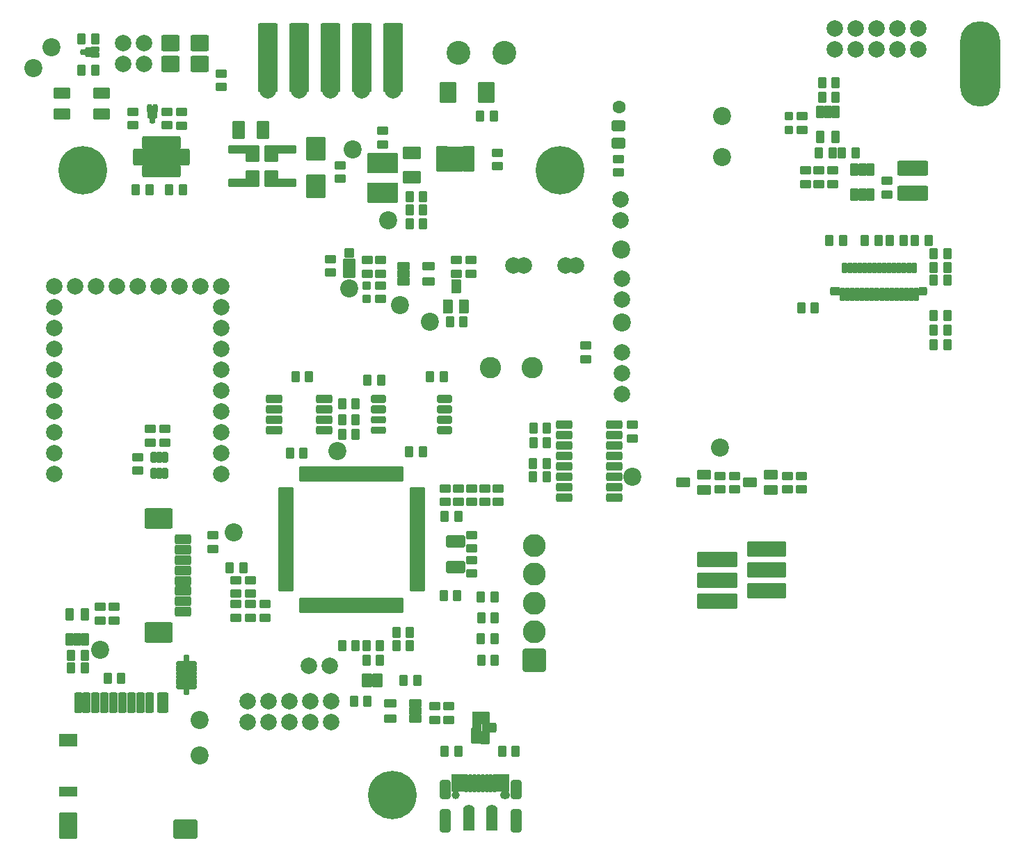
<source format=gbr>
%TF.GenerationSoftware,KiCad,Pcbnew,7.0.8*%
%TF.CreationDate,2024-06-17T23:50:33+02:00*%
%TF.ProjectId,Stima V4 Master,5374696d-6120-4563-9420-4d6173746572,rev?*%
%TF.SameCoordinates,Original*%
%TF.FileFunction,Soldermask,Top*%
%TF.FilePolarity,Negative*%
%FSLAX46Y46*%
G04 Gerber Fmt 4.6, Leading zero omitted, Abs format (unit mm)*
G04 Created by KiCad (PCBNEW 7.0.8) date 2024-06-17 23:50:33*
%MOMM*%
%LPD*%
G01*
G04 APERTURE LIST*
G04 Aperture macros list*
%AMRoundRect*
0 Rectangle with rounded corners*
0 $1 Rounding radius*
0 $2 $3 $4 $5 $6 $7 $8 $9 X,Y pos of 4 corners*
0 Add a 4 corners polygon primitive as box body*
4,1,4,$2,$3,$4,$5,$6,$7,$8,$9,$2,$3,0*
0 Add four circle primitives for the rounded corners*
1,1,$1+$1,$2,$3*
1,1,$1+$1,$4,$5*
1,1,$1+$1,$6,$7*
1,1,$1+$1,$8,$9*
0 Add four rect primitives between the rounded corners*
20,1,$1+$1,$2,$3,$4,$5,0*
20,1,$1+$1,$4,$5,$6,$7,0*
20,1,$1+$1,$6,$7,$8,$9,0*
20,1,$1+$1,$8,$9,$2,$3,0*%
G04 Aperture macros list end*
%ADD10RoundRect,0.200000X-1.500000X1.050000X-1.500000X-1.050000X1.500000X-1.050000X1.500000X1.050000X0*%
%ADD11RoundRect,0.200000X-0.800000X0.400000X-0.800000X-0.400000X0.800000X-0.400000X0.800000X0.400000X0*%
%ADD12RoundRect,0.200000X0.200000X-0.325000X0.200000X0.325000X-0.200000X0.325000X-0.200000X-0.325000X0*%
%ADD13RoundRect,0.200000X0.150000X-0.400000X0.150000X0.400000X-0.150000X0.400000X-0.150000X-0.400000X0*%
%ADD14RoundRect,0.200000X0.150000X-0.325000X0.150000X0.325000X-0.150000X0.325000X-0.150000X-0.325000X0*%
%ADD15O,4.900000X10.400000*%
%ADD16C,5.900000*%
%ADD17C,2.200000*%
%ADD18RoundRect,0.200000X-0.500000X0.300000X-0.500000X-0.300000X0.500000X-0.300000X0.500000X0.300000X0*%
%ADD19RoundRect,0.200000X1.200000X1.200000X-1.200000X1.200000X-1.200000X-1.200000X1.200000X-1.200000X0*%
%ADD20C,2.800000*%
%ADD21RoundRect,0.200000X-0.300000X-0.500000X0.300000X-0.500000X0.300000X0.500000X-0.300000X0.500000X0*%
%ADD22RoundRect,0.200000X0.300000X0.500000X-0.300000X0.500000X-0.300000X-0.500000X0.300000X-0.500000X0*%
%ADD23RoundRect,0.200000X-0.950000X0.550000X-0.950000X-0.550000X0.950000X-0.550000X0.950000X0.550000X0*%
%ADD24C,2.000000*%
%ADD25RoundRect,0.200000X0.200000X0.400000X-0.200000X0.400000X-0.200000X-0.400000X0.200000X-0.400000X0*%
%ADD26RoundRect,0.200000X3.250000X0.825000X-3.250000X0.825000X-3.250000X-0.825000X3.250000X-0.825000X0*%
%ADD27RoundRect,0.200000X0.500000X-0.300000X0.500000X0.300000X-0.500000X0.300000X-0.500000X-0.300000X0*%
%ADD28RoundRect,0.200000X-0.225000X-0.125000X0.225000X-0.125000X0.225000X0.125000X-0.225000X0.125000X0*%
%ADD29RoundRect,0.200000X0.200000X0.150000X-0.200000X0.150000X-0.200000X-0.150000X0.200000X-0.150000X0*%
%ADD30RoundRect,0.200000X-0.900000X-0.800000X0.900000X-0.800000X0.900000X0.800000X-0.900000X0.800000X0*%
%ADD31RoundRect,0.200000X0.350000X0.125000X-0.350000X0.125000X-0.350000X-0.125000X0.350000X-0.125000X0*%
%ADD32RoundRect,0.200000X0.200000X-0.600000X0.200000X0.600000X-0.200000X0.600000X-0.200000X-0.600000X0*%
%ADD33RoundRect,0.200000X0.150000X-0.600000X0.150000X0.600000X-0.150000X0.600000X-0.150000X-0.600000X0*%
%ADD34RoundRect,0.200000X0.150000X-0.375000X0.150000X0.375000X-0.150000X0.375000X-0.150000X-0.375000X0*%
%ADD35RoundRect,0.200000X0.150000X-0.350000X0.150000X0.350000X-0.150000X0.350000X-0.150000X-0.350000X0*%
%ADD36RoundRect,0.200000X0.450000X-0.400000X0.450000X0.400000X-0.450000X0.400000X-0.450000X-0.400000X0*%
%ADD37RoundRect,0.450000X-0.250000X0.750000X-0.250000X-0.750000X0.250000X-0.750000X0.250000X0.750000X0*%
%ADD38RoundRect,0.450000X-0.250000X1.000000X-0.250000X-1.000000X0.250000X-1.000000X0.250000X1.000000X0*%
%ADD39C,1.000000*%
%ADD40C,1.400000*%
%ADD41RoundRect,0.200000X-0.500000X1.000000X-0.500000X-1.000000X0.500000X-1.000000X0.500000X1.000000X0*%
%ADD42O,1.250000X1.000000*%
%ADD43RoundRect,0.200000X-0.260000X0.500000X-0.260000X-0.500000X0.260000X-0.500000X0.260000X0.500000X0*%
%ADD44RoundRect,0.200000X-0.250000X0.500000X-0.250000X-0.500000X0.250000X-0.500000X0.250000X0.500000X0*%
%ADD45RoundRect,0.200000X-0.145700X0.875000X-0.145700X-0.875000X0.145700X-0.875000X0.145700X0.875000X0*%
%ADD46RoundRect,0.200000X-0.150000X0.875000X-0.150000X-0.875000X0.150000X-0.875000X0.150000X0.875000X0*%
%ADD47RoundRect,0.200000X0.600000X0.900000X-0.600000X0.900000X-0.600000X-0.900000X0.600000X-0.900000X0*%
%ADD48RoundRect,0.200000X0.650000X-0.425000X0.650000X0.425000X-0.650000X0.425000X-0.650000X-0.425000X0*%
%ADD49RoundRect,0.200000X-0.800000X-1.100000X0.800000X-1.100000X0.800000X1.100000X-0.800000X1.100000X0*%
%ADD50RoundRect,0.200000X0.600000X-0.300000X0.600000X0.300000X-0.600000X0.300000X-0.600000X-0.300000X0*%
%ADD51RoundRect,0.200000X-1.700000X-0.550000X1.700000X-0.550000X1.700000X0.550000X-1.700000X0.550000X0*%
%ADD52RoundRect,0.200000X-1.700000X-0.490000X1.700000X-0.490000X1.700000X0.490000X-1.700000X0.490000X0*%
%ADD53RoundRect,0.200000X0.400000X0.150000X-0.400000X0.150000X-0.400000X-0.150000X0.400000X-0.150000X0*%
%ADD54RoundRect,0.200000X0.900000X1.300000X-0.900000X1.300000X-0.900000X-1.300000X0.900000X-1.300000X0*%
%ADD55RoundRect,0.200000X0.550000X-1.000000X0.550000X1.000000X-0.550000X1.000000X-0.550000X-1.000000X0*%
%ADD56RoundRect,0.200000X0.400000X-0.400000X0.400000X0.400000X-0.400000X0.400000X-0.400000X-0.400000X0*%
%ADD57RoundRect,0.200000X1.150000X-0.350000X1.150000X0.350000X-1.150000X0.350000X-1.150000X-0.350000X0*%
%ADD58RoundRect,0.200000X0.650000X-0.850000X0.650000X0.850000X-0.650000X0.850000X-0.650000X-0.850000X0*%
%ADD59RoundRect,0.200000X-0.635000X0.450000X-0.635000X-0.450000X0.635000X-0.450000X0.635000X0.450000X0*%
%ADD60RoundRect,0.200000X-1.500000X-0.750000X1.500000X-0.750000X1.500000X0.750000X-1.500000X0.750000X0*%
%ADD61RoundRect,0.200000X-0.300000X-0.600000X0.300000X-0.600000X0.300000X0.600000X-0.300000X0.600000X0*%
%ADD62RoundRect,0.200000X-1.000000X1.250000X-1.000000X-1.250000X1.000000X-1.250000X1.000000X1.250000X0*%
%ADD63RoundRect,0.200000X0.125000X-0.225000X0.125000X0.225000X-0.125000X0.225000X-0.125000X-0.225000X0*%
%ADD64RoundRect,0.200000X-0.400000X0.200000X-0.400000X-0.200000X0.400000X-0.200000X0.400000X0.200000X0*%
%ADD65RoundRect,0.200000X-0.150000X0.200000X-0.150000X-0.200000X0.150000X-0.200000X0.150000X0.200000X0*%
%ADD66RoundRect,0.200000X-0.900000X0.600000X-0.900000X-0.600000X0.900000X-0.600000X0.900000X0.600000X0*%
%ADD67C,1.600000*%
%ADD68RoundRect,0.200000X-0.750000X0.140000X-0.750000X-0.140000X0.750000X-0.140000X0.750000X0.140000X0*%
%ADD69RoundRect,0.200000X0.140000X0.750000X-0.140000X0.750000X-0.140000X-0.750000X0.140000X-0.750000X0*%
%ADD70RoundRect,0.200000X0.900000X0.800000X-0.900000X0.800000X-0.900000X-0.800000X0.900000X-0.800000X0*%
%ADD71RoundRect,0.200000X-0.300000X0.300000X-0.300000X-0.300000X0.300000X-0.300000X0.300000X0.300000X0*%
%ADD72RoundRect,0.200000X-0.800000X-0.500000X0.800000X-0.500000X0.800000X0.500000X-0.800000X0.500000X0*%
%ADD73RoundRect,0.200000X0.300000X0.600000X-0.300000X0.600000X-0.300000X-0.600000X0.300000X-0.600000X0*%
%ADD74RoundRect,0.200000X-1.700000X-0.700000X1.700000X-0.700000X1.700000X0.700000X-1.700000X0.700000X0*%
%ADD75RoundRect,0.200000X-0.700000X-0.300000X0.700000X-0.300000X0.700000X0.300000X-0.700000X0.300000X0*%
%ADD76RoundRect,0.200000X-0.700000X-0.250000X0.700000X-0.250000X0.700000X0.250000X-0.700000X0.250000X0*%
%ADD77RoundRect,0.200000X-0.800000X-0.300000X0.800000X-0.300000X0.800000X0.300000X-0.800000X0.300000X0*%
%ADD78RoundRect,0.200000X-0.200000X-0.450000X0.200000X-0.450000X0.200000X0.450000X-0.200000X0.450000X0*%
%ADD79RoundRect,0.200000X0.225000X0.100000X-0.225000X0.100000X-0.225000X-0.100000X0.225000X-0.100000X0*%
%ADD80RoundRect,0.200000X0.150000X-0.500000X0.150000X0.500000X-0.150000X0.500000X-0.150000X-0.500000X0*%
%ADD81RoundRect,0.200000X0.150000X-1.400000X0.150000X1.400000X-0.150000X1.400000X-0.150000X-1.400000X0*%
%ADD82C,2.600000*%
%ADD83C,2.900000*%
%ADD84RoundRect,0.200000X0.350000X-0.700000X0.350000X0.700000X-0.350000X0.700000X-0.350000X-0.700000X0*%
%ADD85RoundRect,0.200000X0.600000X-0.400000X0.600000X0.400000X-0.600000X0.400000X-0.600000X-0.400000X0*%
%ADD86RoundRect,0.200000X0.600000X-0.600000X0.600000X0.600000X-0.600000X0.600000X-0.600000X-0.600000X0*%
%ADD87RoundRect,0.200000X0.600000X-1.400000X0.600000X1.400000X-0.600000X1.400000X-0.600000X-1.400000X0*%
%ADD88RoundRect,0.200000X0.500000X-0.700000X0.500000X0.700000X-0.500000X0.700000X-0.500000X-0.700000X0*%
%ADD89RoundRect,0.200000X0.800000X-0.950000X0.800000X0.950000X-0.800000X0.950000X-0.800000X-0.950000X0*%
%ADD90RoundRect,0.200000X-0.425000X-0.650000X0.425000X-0.650000X0.425000X0.650000X-0.425000X0.650000X0*%
%ADD91RoundRect,0.200000X1.000000X4.000000X-1.000000X4.000000X-1.000000X-4.000000X1.000000X-4.000000X0*%
%ADD92RoundRect,0.200000X-0.600000X0.300000X-0.600000X-0.300000X0.600000X-0.300000X0.600000X0.300000X0*%
G04 APERTURE END LIST*
D10*
%TO.C,J2*%
X104280790Y-116142940D03*
X104280790Y-129972940D03*
D11*
X107201790Y-118682940D03*
X107201790Y-119932940D03*
X107201790Y-121182940D03*
X107201790Y-122432940D03*
X107201790Y-123682940D03*
X107201790Y-124932940D03*
X107201790Y-126182940D03*
X107201790Y-127432940D03*
%TD*%
D12*
%TO.C,DS1*%
X186399380Y-88403100D03*
X186780380Y-88403100D03*
X197166180Y-88406300D03*
X197420180Y-88406300D03*
D13*
X196466180Y-88606300D03*
X196466180Y-88987300D03*
D14*
X196166180Y-85472300D03*
X196166180Y-85726300D03*
D13*
X195866180Y-88606300D03*
X195866180Y-88987300D03*
D14*
X195566180Y-85472300D03*
X195566180Y-85726300D03*
D13*
X195266180Y-88606300D03*
X195266180Y-88987300D03*
D14*
X194966180Y-85472300D03*
X194966180Y-85726300D03*
D13*
X194666180Y-88606300D03*
X194666180Y-88987300D03*
D14*
X194366180Y-85472300D03*
X194366180Y-85726300D03*
D13*
X194066180Y-88606300D03*
X194066180Y-88987300D03*
D14*
X193766170Y-85472300D03*
X193766180Y-85726300D03*
D13*
X193466180Y-88606300D03*
X193466180Y-88987300D03*
D14*
X193166180Y-85472300D03*
X193166180Y-85726300D03*
D13*
X192866180Y-88606300D03*
X192866180Y-88987300D03*
D14*
X192566180Y-85472300D03*
X192566180Y-85726300D03*
D13*
X192266180Y-88606300D03*
X192266190Y-88987300D03*
D14*
X191966170Y-85472300D03*
X191966180Y-85726300D03*
D13*
X191666180Y-88606300D03*
X191666180Y-88987300D03*
D14*
X191366180Y-85472300D03*
X191366180Y-85726300D03*
D13*
X191066180Y-88606300D03*
X191066180Y-88987300D03*
D14*
X190766180Y-85472300D03*
X190766180Y-85726300D03*
D13*
X190466180Y-88606300D03*
X190466190Y-88987300D03*
D14*
X190166180Y-85472300D03*
X190166180Y-85726300D03*
D13*
X189866180Y-88606300D03*
X189866180Y-88987300D03*
D14*
X189566180Y-85472300D03*
X189566180Y-85726300D03*
D13*
X189266180Y-88606300D03*
X189266180Y-88987300D03*
D14*
X188966180Y-85472300D03*
X188966180Y-85726300D03*
D13*
X188666180Y-88606300D03*
X188666190Y-88987300D03*
D14*
X188366180Y-85472300D03*
X188366180Y-85726300D03*
D13*
X188066180Y-88606300D03*
X188066180Y-88987300D03*
D14*
X187766180Y-85472300D03*
X187766180Y-85726300D03*
D13*
X187466190Y-88606300D03*
X187466190Y-88987300D03*
%TD*%
D15*
%TO.C,A3*%
X204203900Y-60769980D03*
%TD*%
D16*
%TO.C,A4*%
X94983180Y-73698100D03*
%TD*%
%TO.C,A1*%
X153124020Y-73698100D03*
%TD*%
%TO.C,A2*%
X132702180Y-149771100D03*
%TD*%
D17*
%TO.C,GND1*%
X160541790Y-83363940D03*
%TD*%
%TO.C,TP9*%
X109233790Y-144958940D03*
%TD*%
D18*
%TO.C,C2*%
X140729790Y-112446940D03*
X140729790Y-114097940D03*
%TD*%
D19*
%TO.C,J5*%
X149950380Y-133411900D03*
D20*
X149950380Y-129911900D03*
X149950380Y-126411900D03*
X149950380Y-122911900D03*
X149950380Y-119411900D03*
%TD*%
D21*
%TO.C,C45*%
X149873790Y-105080940D03*
X151524790Y-105080940D03*
%TD*%
D22*
%TO.C,C66*%
X95251480Y-132766940D03*
X93600480Y-132766940D03*
%TD*%
D18*
%TO.C,C58*%
X125184020Y-84493100D03*
X125184020Y-86144100D03*
%TD*%
D23*
%TO.C,X1*%
X140423780Y-118859300D03*
X140423780Y-122059700D03*
%TD*%
D18*
%TO.C,FIL1*%
X145555790Y-112446940D03*
X145555790Y-114097940D03*
%TD*%
%TO.C,R3*%
X156223790Y-95047930D03*
X156223790Y-96698930D03*
%TD*%
D24*
%TO.C,JP3*%
X160617260Y-95872300D03*
X160617260Y-98412300D03*
X160617260Y-100952300D03*
%TD*%
D25*
%TO.C,U7*%
X102603180Y-73570860D03*
X102603180Y-73977260D03*
X103253180Y-73570860D03*
X103253180Y-73977260D03*
X103903180Y-73570860D03*
X103903180Y-73977260D03*
X104553180Y-73570860D03*
X104553180Y-73977260D03*
X105203180Y-73570860D03*
X105203180Y-73977260D03*
X105853180Y-73570860D03*
X105853180Y-73977260D03*
X106503180Y-73570860D03*
X106503180Y-73977260D03*
X106503180Y-70164460D03*
X106503180Y-70570860D03*
X105853180Y-70164460D03*
X105853180Y-70570860D03*
X105203180Y-70164460D03*
X105203180Y-70570860D03*
X104553180Y-70164460D03*
X104553180Y-70570860D03*
X103903180Y-70164460D03*
X103903180Y-70570860D03*
X103253180Y-70164460D03*
X103253180Y-70570860D03*
X102603180Y-70164460D03*
X102603180Y-70570860D03*
D26*
X104553180Y-72070860D03*
%TD*%
D21*
%TO.C,C7*%
X133185020Y-129959100D03*
X134836020Y-129959100D03*
%TD*%
%TO.C,C44*%
X94856180Y-61506100D03*
X96507180Y-61506100D03*
%TD*%
D27*
%TO.C,C40*%
X111874180Y-63538100D03*
X111874180Y-61887100D03*
%TD*%
D21*
%TO.C,FIL4*%
X143497910Y-133413980D03*
X145148910Y-133413980D03*
%TD*%
D17*
%TO.C,TP7*%
X125997790Y-107874940D03*
%TD*%
D21*
%TO.C,C46*%
X149873790Y-106858930D03*
X151524790Y-106858930D03*
%TD*%
D27*
%TO.C,R29*%
X103264790Y-106858930D03*
X103264790Y-105207930D03*
%TD*%
D21*
%TO.C,C32*%
X198590020Y-93129100D03*
X200241020Y-93129100D03*
%TD*%
D27*
%TO.C,C1*%
X139154020Y-114084100D03*
X139154020Y-112433100D03*
%TD*%
%TO.C,R5*%
X172555020Y-112560100D03*
X172555020Y-110909100D03*
%TD*%
%TO.C,C50*%
X101689020Y-110274100D03*
X101689020Y-108623100D03*
%TD*%
D28*
%TO.C,DZ3*%
X96608780Y-59601100D03*
X96380180Y-59601100D03*
X96608780Y-58940700D03*
X96380180Y-58940700D03*
D25*
X95694380Y-59270900D03*
D29*
X95338780Y-59270900D03*
X95135580Y-59270900D03*
%TD*%
D24*
%TO.C,J7*%
X115049180Y-140881100D03*
X115049180Y-138341100D03*
X117589180Y-140881100D03*
X117589180Y-138341100D03*
X120129180Y-140881100D03*
X120129180Y-138341100D03*
X122669180Y-140881100D03*
X122669180Y-138341100D03*
X125209180Y-140881100D03*
X125209180Y-138341100D03*
%TD*%
D27*
%TO.C,R30*%
X104991020Y-106845100D03*
X104991020Y-105194100D03*
%TD*%
%TO.C,C31*%
X182969020Y-75349100D03*
X182969020Y-73698100D03*
%TD*%
%TO.C,C57*%
X131280020Y-86271100D03*
X131280020Y-84620100D03*
%TD*%
D22*
%TO.C,C3*%
X140729790Y-115875940D03*
X139078790Y-115875940D03*
%TD*%
%TO.C,R18*%
X200241020Y-94907100D03*
X198590020Y-94907100D03*
%TD*%
D30*
%TO.C,R28*%
X105651180Y-60744100D03*
X109207180Y-60744100D03*
%TD*%
D31*
%TO.C,U2*%
X129756020Y-135309090D03*
X129476620Y-135309090D03*
X129756020Y-135809090D03*
X129476620Y-135809090D03*
X129756020Y-136309090D03*
X129476620Y-136309090D03*
X131035420Y-136309090D03*
X130756020Y-136309090D03*
X131035420Y-135809090D03*
X130756020Y-135809090D03*
X131035420Y-135309090D03*
X130756020Y-135309090D03*
%TD*%
D32*
%TO.C,FIL7*%
X142683220Y-142355700D03*
X142683220Y-142787500D03*
D33*
X143234020Y-142355700D03*
X143234020Y-142787500D03*
D34*
X143734020Y-142581100D03*
X143734020Y-143012900D03*
X144234020Y-142581100D03*
X144234020Y-143012900D03*
X144234020Y-140195300D03*
X144234020Y-140627100D03*
X143734020Y-140195300D03*
D35*
X143734020Y-140627100D03*
D33*
X143234020Y-140420700D03*
X143234020Y-140852500D03*
X142734020Y-140420700D03*
X142734020Y-140852500D03*
D36*
X144322220Y-141578700D03*
X144754020Y-141578700D03*
%TD*%
D27*
%TO.C,R1*%
X113678790Y-125273940D03*
X113678790Y-123622940D03*
%TD*%
D22*
%TO.C,C42*%
X103125020Y-76084490D03*
X101474020Y-76084490D03*
%TD*%
D17*
%TO.C,MCO1*%
X113424790Y-117780940D03*
%TD*%
D37*
%TO.C,J6*%
X139101780Y-149110700D03*
D38*
X139101780Y-152920700D03*
D39*
X140397180Y-149821900D03*
D40*
X142021580Y-151625300D03*
D41*
X142022780Y-152920700D03*
D40*
X144816780Y-151625300D03*
D41*
X144816780Y-152920700D03*
D42*
X146442380Y-149821900D03*
D38*
X147737780Y-152920700D03*
D37*
X147763180Y-149110700D03*
D43*
X140319780Y-148704300D03*
D44*
X141069780Y-148704300D03*
D45*
X141669080Y-148329300D03*
D46*
X143169780Y-148329300D03*
X144169780Y-148329300D03*
X145169780Y-148329300D03*
D44*
X145769780Y-148704300D03*
D43*
X146519780Y-148704300D03*
X146519780Y-147942300D03*
D44*
X145769780Y-147942300D03*
D46*
X144669780Y-148329300D03*
X143669780Y-148329300D03*
X142669770Y-148329300D03*
X142169780Y-148329300D03*
D44*
X141069780Y-147942300D03*
D43*
X140319780Y-147942300D03*
%TD*%
D47*
%TO.C,F1*%
X116954900Y-68770980D03*
X113954900Y-68770980D03*
%TD*%
D48*
%TO.C,Q2*%
X178752620Y-112636300D03*
X178752620Y-110736300D03*
X176238020Y-111671100D03*
%TD*%
D18*
%TO.C,C43*%
X107048180Y-66586100D03*
X107048180Y-68237100D03*
%TD*%
D49*
%TO.C,D1*%
X139433180Y-64173100D03*
X144132180Y-64173100D03*
%TD*%
D21*
%TO.C,C24*%
X193256020Y-82207100D03*
X194907020Y-82207100D03*
%TD*%
D22*
%TO.C,C5*%
X121882020Y-108115100D03*
X120231020Y-108115100D03*
%TD*%
D18*
%TO.C,R9*%
X110884790Y-118161940D03*
X110884790Y-119812940D03*
%TD*%
D27*
%TO.C,C39*%
X105284020Y-68210490D03*
X105284020Y-66559490D03*
%TD*%
D21*
%TO.C,C41*%
X105538020Y-76084490D03*
X107189020Y-76084490D03*
%TD*%
D18*
%TO.C,C63*%
X145452980Y-71564500D03*
X145452980Y-73215500D03*
%TD*%
D50*
%TO.C,U11*%
X135471020Y-140500100D03*
X135471020Y-139550100D03*
X135471020Y-138600100D03*
X132423020Y-138595100D03*
X132423020Y-140500100D03*
%TD*%
D22*
%TO.C,R2*%
X128232010Y-131610100D03*
X126581010Y-131610100D03*
%TD*%
%TO.C,C61*%
X136435980Y-78549500D03*
X134784980Y-78549500D03*
%TD*%
%TO.C,C47*%
X151473020Y-109385100D03*
X149822020Y-109385100D03*
%TD*%
D51*
%TO.C,L4*%
X131482980Y-72326500D03*
D52*
X131482980Y-73342500D03*
X131482980Y-75882500D03*
D51*
X131482980Y-76898500D03*
%TD*%
D53*
%TO.C,U12*%
X138594980Y-71056500D03*
X138848980Y-71056500D03*
X138594980Y-71556500D03*
X138848980Y-71556500D03*
X138594980Y-72056500D03*
X138848980Y-72056500D03*
X138594980Y-72556500D03*
X138848980Y-72556500D03*
X138594980Y-73056500D03*
X138848980Y-73056500D03*
X138594980Y-73556500D03*
X138848980Y-73556500D03*
X141848980Y-73556500D03*
X142102980Y-73556500D03*
X142102980Y-73556500D03*
X141848980Y-73056500D03*
X142102980Y-73056500D03*
X141848980Y-72556500D03*
X142102980Y-72556500D03*
X141848980Y-72056500D03*
X142102980Y-72056500D03*
X141848980Y-71556500D03*
X142102980Y-71556500D03*
X141848980Y-71056500D03*
X142102980Y-71056500D03*
D39*
X139840980Y-71417500D03*
X139840980Y-72306500D03*
X139840980Y-73195500D03*
X140348980Y-71417500D03*
D54*
X140348980Y-72306500D03*
D39*
X140348980Y-73195500D03*
X140856980Y-71417500D03*
X140856980Y-72306500D03*
X140856980Y-73195500D03*
%TD*%
D17*
%TO.C,TP2*%
X137300790Y-92126940D03*
%TD*%
D55*
%TO.C,D2*%
X127470020Y-85636100D03*
D56*
X127470020Y-83736100D03*
%TD*%
D57*
%TO.C,L3*%
X114033900Y-71183980D03*
X115176900Y-71183980D03*
D58*
X115684900Y-71691980D03*
X117970900Y-71691980D03*
D57*
X118478900Y-71183980D03*
X119621900Y-71183980D03*
D58*
X117970900Y-74739980D03*
D57*
X118478900Y-75247980D03*
X119621900Y-75247980D03*
X114033900Y-75247980D03*
X115176900Y-75247980D03*
D58*
X115684900Y-74739980D03*
%TD*%
D59*
%TO.C,DL1*%
X160236020Y-68237100D03*
X160236020Y-70396100D03*
%TD*%
D22*
%TO.C,C19*%
X122568780Y-98857940D03*
X120917780Y-98857940D03*
%TD*%
D21*
%TO.C,C21*%
X185001020Y-63030100D03*
X186652020Y-63030100D03*
%TD*%
D24*
%TO.C,JP2*%
X102476180Y-60742500D03*
X99936180Y-60742500D03*
%TD*%
D60*
%TO.C,J1*%
X172961180Y-126149100D03*
X171437180Y-126149100D03*
X178930180Y-124879100D03*
X177533180Y-124879100D03*
X172961180Y-123609100D03*
X171437180Y-123609100D03*
X178930180Y-122339100D03*
X177533180Y-122339100D03*
X172961180Y-121069100D03*
X171437180Y-121069100D03*
X178930180Y-119799100D03*
X177533180Y-119799100D03*
%TD*%
D61*
%TO.C,U14*%
X93374380Y-130846500D03*
X94324380Y-130846500D03*
X95274380Y-130846500D03*
X95279380Y-127798500D03*
X93374380Y-127798500D03*
%TD*%
D17*
%TO.C,+3V3D1*%
X172809020Y-67094100D03*
%TD*%
%TO.C,TP8*%
X109233790Y-140640940D03*
%TD*%
D18*
%TO.C,C54*%
X131482980Y-68897500D03*
X131482980Y-70548500D03*
%TD*%
D17*
%TO.C,+3V3SDC1*%
X97168790Y-132131940D03*
%TD*%
D21*
%TO.C,FIL3*%
X143472020Y-125641100D03*
X145123020Y-125641100D03*
%TD*%
D27*
%TO.C,R19*%
X186271020Y-75349100D03*
X186271020Y-73698100D03*
%TD*%
D62*
%TO.C,DZ4*%
X123354980Y-71056500D03*
X123354980Y-75628500D03*
%TD*%
D22*
%TO.C,R26*%
X141364790Y-92126940D03*
X139713790Y-92126940D03*
%TD*%
D27*
%TO.C,R23*%
X142253790Y-86284940D03*
X142253790Y-84633940D03*
%TD*%
D17*
%TO.C,TP6*%
X160642180Y-92240100D03*
%TD*%
D22*
%TO.C,C27*%
X200241020Y-87033100D03*
X198590020Y-87033100D03*
%TD*%
D21*
%TO.C,C34*%
X198590020Y-91351100D03*
X200241020Y-91351100D03*
%TD*%
D27*
%TO.C,C12*%
X113678790Y-128194930D03*
X113678790Y-126543930D03*
%TD*%
%TO.C,R7*%
X182461020Y-112560100D03*
X182461020Y-110909100D03*
%TD*%
D63*
%TO.C,DZ2*%
X103785420Y-66076890D03*
X103785420Y-66305490D03*
X103125020Y-66076890D03*
X103125020Y-66305490D03*
D64*
X103455220Y-66991290D03*
D65*
X103455220Y-67346890D03*
X103455220Y-67550090D03*
%TD*%
D66*
%TO.C,C56*%
X135038980Y-71564500D03*
X135038980Y-74564500D03*
%TD*%
D27*
%TO.C,C571*%
X129629020Y-86282200D03*
X129629020Y-84631200D03*
%TD*%
D67*
%TO.C,J8*%
X160261180Y-65951100D03*
%TD*%
D17*
%TO.C,TP4*%
X91173180Y-58712100D03*
%TD*%
D68*
%TO.C,U1*%
X135732010Y-124657100D03*
X135732010Y-124157100D03*
X135732010Y-123657100D03*
X135732010Y-123157100D03*
X135732010Y-122657100D03*
X135732010Y-122157100D03*
X135732010Y-121657110D03*
X135732010Y-121157110D03*
X135732010Y-120657110D03*
X135732010Y-120157110D03*
X135732010Y-119657110D03*
X135732010Y-119157110D03*
X135732010Y-118657110D03*
X135732010Y-118157110D03*
X135732010Y-117657110D03*
X135732010Y-117157110D03*
X135732010Y-116657110D03*
X135732010Y-116157120D03*
X135732010Y-115657120D03*
X135732010Y-115157120D03*
X135732010Y-114657120D03*
X135732010Y-114157120D03*
X135732010Y-113657120D03*
X135732010Y-113157120D03*
X135732010Y-112657120D03*
D69*
X133732010Y-110657120D03*
X133232010Y-110657120D03*
X132732010Y-110657120D03*
X132232010Y-110657120D03*
X131732010Y-110657120D03*
X131232010Y-110657120D03*
X130732010Y-110657120D03*
X130232010Y-110657120D03*
X129732020Y-110657120D03*
X129232020Y-110657120D03*
X128732020Y-110657120D03*
X128232020Y-110657120D03*
X127732020Y-110657120D03*
X127232020Y-110657120D03*
X126732020Y-110657120D03*
X126232020Y-110657120D03*
X125732020Y-110657120D03*
X125232030Y-110657120D03*
X124732030Y-110657120D03*
X124232030Y-110657120D03*
X123732030Y-110657120D03*
X123232030Y-110657120D03*
X122732030Y-110657120D03*
X122232030Y-110657120D03*
X121732030Y-110657120D03*
D68*
X119732030Y-112657120D03*
X119732030Y-113157120D03*
X119732030Y-113657120D03*
X119732030Y-114157120D03*
X119732030Y-114657120D03*
X119732030Y-115157120D03*
X119732030Y-115657120D03*
X119732030Y-116157120D03*
X119732030Y-116657120D03*
X119732030Y-117157110D03*
X119732030Y-117657110D03*
X119732030Y-118157110D03*
X119732030Y-118657110D03*
X119732030Y-119157110D03*
X119732030Y-119657110D03*
X119732030Y-120157110D03*
X119732030Y-120657110D03*
X119732030Y-121157110D03*
X119732030Y-121657110D03*
X119732030Y-122157100D03*
X119732030Y-122657100D03*
X119732030Y-123157100D03*
X119732030Y-123657100D03*
X119732030Y-124157100D03*
X119732030Y-124657100D03*
D69*
X121732030Y-126657100D03*
X122232030Y-126657100D03*
X122732030Y-126657100D03*
X123232030Y-126657100D03*
X123732030Y-126657100D03*
X124232030Y-126657100D03*
X124732030Y-126657100D03*
X125232030Y-126657100D03*
X125732020Y-126657100D03*
X126232020Y-126657100D03*
X126732020Y-126657100D03*
X127232020Y-126657100D03*
X127732020Y-126657100D03*
X128232020Y-126657100D03*
X128732020Y-126657100D03*
X129232020Y-126657100D03*
X129732020Y-126657100D03*
X130232020Y-126657100D03*
X130732010Y-126657100D03*
X131232010Y-126657100D03*
X131732010Y-126657100D03*
X132232010Y-126657100D03*
X132732010Y-126657100D03*
X133232010Y-126657100D03*
X133732010Y-126657100D03*
%TD*%
D27*
%TO.C,R6*%
X174333020Y-112560100D03*
X174333020Y-110909100D03*
%TD*%
D18*
%TO.C,C11*%
X115456790Y-126543940D03*
X115456790Y-128194940D03*
%TD*%
D27*
%TO.C,C64*%
X97168790Y-128512440D03*
X97168790Y-126861440D03*
%TD*%
%TO.C,R8*%
X180810020Y-112560100D03*
X180810020Y-110909100D03*
%TD*%
D17*
%TO.C,+5V1*%
X132169020Y-79794100D03*
%TD*%
D22*
%TO.C,R17*%
X191859020Y-82207100D03*
X190208020Y-82207100D03*
%TD*%
%TO.C,C4*%
X136411790Y-108001940D03*
X134760790Y-108001940D03*
%TD*%
D21*
%TO.C,R21*%
X187414020Y-71539100D03*
X189065020Y-71539100D03*
%TD*%
D18*
%TO.C,C14*%
X142328780Y-118097300D03*
X142328780Y-119748300D03*
%TD*%
D21*
%TO.C,C48*%
X149822020Y-111036100D03*
X151473020Y-111036100D03*
%TD*%
D22*
%TO.C,C18*%
X131204790Y-131623940D03*
X129553790Y-131623940D03*
%TD*%
D70*
%TO.C,R27*%
X109207180Y-58204100D03*
X105651180Y-58204100D03*
%TD*%
D18*
%TO.C,C52*%
X139586790Y-138976100D03*
X139586790Y-140627100D03*
%TD*%
D71*
%TO.C,DZ5*%
X129590990Y-87708310D03*
X129590990Y-89359310D03*
%TD*%
D18*
%TO.C,C10*%
X143980020Y-112433100D03*
X143980020Y-114084100D03*
%TD*%
D72*
%TO.C,L2*%
X97269180Y-66840100D03*
X97269180Y-64300100D03*
X92443180Y-64300100D03*
X92443180Y-66840100D03*
%TD*%
D21*
%TO.C,FIL5*%
X143497900Y-128206980D03*
X145148900Y-128206980D03*
%TD*%
%TO.C,C28*%
X182461020Y-90462100D03*
X184112020Y-90462100D03*
%TD*%
D24*
%TO.C,BATT1*%
X160642180Y-89446100D03*
X160642180Y-86906100D03*
%TD*%
D21*
%TO.C,R11*%
X126581020Y-105829100D03*
X128232020Y-105829100D03*
%TD*%
D22*
%TO.C,C16*%
X140602790Y-125527940D03*
X138951790Y-125527940D03*
%TD*%
D24*
%TO.C,BZ1*%
X155080780Y-85268940D03*
X153810780Y-85268940D03*
X148730780Y-85268940D03*
X147460780Y-85268940D03*
%TD*%
D18*
%TO.C,C6*%
X117234790Y-126543940D03*
X117234790Y-128194940D03*
%TD*%
%TO.C,C55*%
X126327020Y-73063100D03*
X126327020Y-74714100D03*
%TD*%
D73*
%TO.C,U5*%
X186652020Y-66586100D03*
X185702020Y-66586100D03*
X184752020Y-66586100D03*
X184747020Y-69634100D03*
X186652020Y-69634100D03*
%TD*%
D17*
%TO.C,+12VD1*%
X172809020Y-72047100D03*
%TD*%
D74*
%TO.C,L1*%
X196050020Y-76492100D03*
X196050020Y-73444100D03*
%TD*%
D18*
%TO.C,C51*%
X137884020Y-138976100D03*
X137884020Y-140627100D03*
%TD*%
D21*
%TO.C,C22*%
X185001020Y-64808100D03*
X186652020Y-64808100D03*
%TD*%
D75*
%TO.C,U4*%
X131026020Y-101511100D03*
X131026020Y-102781100D03*
D76*
X131026020Y-104051100D03*
X131026020Y-105321100D03*
D75*
X139026020Y-105321100D03*
X139026020Y-104051100D03*
X139026020Y-102781100D03*
X139026020Y-101511100D03*
%TD*%
D22*
%TO.C,C26*%
X200241020Y-85509100D03*
X198590020Y-85509100D03*
%TD*%
D17*
%TO.C,TP3*%
X89014180Y-61252100D03*
%TD*%
D22*
%TO.C,C53*%
X135725020Y-135801100D03*
X134074020Y-135801100D03*
%TD*%
D21*
%TO.C,FIL2*%
X143472020Y-130721100D03*
X145123020Y-130721100D03*
%TD*%
D18*
%TO.C,R24*%
X140475790Y-84633940D03*
X140475790Y-86284940D03*
%TD*%
D24*
%TO.C,JP4*%
X160490020Y-79794100D03*
X160490020Y-77254100D03*
%TD*%
D22*
%TO.C,C17*%
X131204790Y-133401940D03*
X129553790Y-133401940D03*
%TD*%
D21*
%TO.C,R20*%
X184620020Y-71539100D03*
X186271020Y-71539100D03*
%TD*%
D77*
%TO.C,U9*%
X153632020Y-104686100D03*
X153632020Y-105956100D03*
X153632020Y-107226100D03*
X153632020Y-108496100D03*
X153632020Y-109766100D03*
X153632020Y-111036100D03*
X153632020Y-112306100D03*
X153632020Y-113576100D03*
X159728020Y-113576100D03*
X159728020Y-112306100D03*
X159728020Y-111036100D03*
X159728020Y-109766100D03*
X159728020Y-108496100D03*
X159728020Y-107226100D03*
X159728020Y-105956100D03*
X159728020Y-104686100D03*
%TD*%
D27*
%TO.C,C37*%
X101093020Y-68210490D03*
X101093020Y-66559490D03*
%TD*%
D22*
%TO.C,C35*%
X95264180Y-134290940D03*
X93613180Y-134290940D03*
%TD*%
D18*
%TO.C,C23*%
X182588020Y-67094100D03*
X182588020Y-68745100D03*
%TD*%
D21*
%TO.C,R4*%
X128029790Y-138354940D03*
X129680790Y-138354940D03*
%TD*%
D27*
%TO.C,C29*%
X192875020Y-76619100D03*
X192875020Y-74968100D03*
%TD*%
D21*
%TO.C,R31*%
X139052180Y-144437100D03*
X140703180Y-144437100D03*
%TD*%
%TO.C,C38*%
X94856180Y-57696100D03*
X96507180Y-57696100D03*
%TD*%
D78*
%TO.C,U10*%
X103691020Y-110623100D03*
X104341020Y-110623100D03*
X104991020Y-110623100D03*
X104991020Y-108623100D03*
X104341020Y-108623100D03*
X103691020Y-108623100D03*
%TD*%
D21*
%TO.C,R14*%
X112916790Y-122098940D03*
X114567790Y-122098940D03*
%TD*%
D18*
%TO.C,C59*%
X131241990Y-87708310D03*
X131241990Y-89359310D03*
%TD*%
D21*
%TO.C,R12*%
X129680790Y-99238940D03*
X131331790Y-99238940D03*
%TD*%
%TO.C,R10*%
X126581020Y-104051100D03*
X128232020Y-104051100D03*
%TD*%
D79*
%TO.C,FIL6*%
X108217790Y-136595940D03*
X108471790Y-136595940D03*
X108217790Y-136195940D03*
X108471790Y-136195940D03*
X108217790Y-135795940D03*
X108471790Y-135795940D03*
X108217790Y-135395940D03*
X108471790Y-135395940D03*
X108217790Y-134995940D03*
X108471790Y-134995940D03*
X108217790Y-134595940D03*
X108471790Y-134595940D03*
X108217790Y-134195940D03*
X108471790Y-134195940D03*
X108217790Y-133795940D03*
X108471790Y-133795940D03*
X106813790Y-133795940D03*
X107067790Y-133795940D03*
X106813790Y-134195940D03*
X107067790Y-134195940D03*
X106813790Y-134595940D03*
X107067790Y-134595940D03*
X106813790Y-134995940D03*
X107067790Y-134995940D03*
X106813790Y-135395940D03*
X107067790Y-135395940D03*
X106813790Y-135795940D03*
X107067790Y-135795940D03*
X106813790Y-136195940D03*
X107067790Y-136195940D03*
X106813790Y-136595940D03*
X107067790Y-136595940D03*
D80*
X107642790Y-136973940D03*
D81*
X107642790Y-135195940D03*
D80*
X107642790Y-133417940D03*
%TD*%
D24*
%TO.C,JP1*%
X99936180Y-58204100D03*
X102476180Y-58204100D03*
%TD*%
D21*
%TO.C,C33*%
X198590020Y-83858100D03*
X200241020Y-83858100D03*
%TD*%
D82*
%TO.C,C15*%
X149746790Y-97714940D03*
X144666710Y-97715020D03*
%TD*%
D22*
%TO.C,C20*%
X138951790Y-98857940D03*
X137300790Y-98857940D03*
%TD*%
D83*
%TO.C,J9*%
X146291900Y-59372980D03*
X140703900Y-59372980D03*
%TD*%
D22*
%TO.C,C62*%
X136435980Y-76898500D03*
X134784980Y-76898500D03*
%TD*%
D84*
%TO.C,J3*%
X103170020Y-138214100D03*
X103170020Y-138849100D03*
X102070020Y-138214100D03*
X102070020Y-138849100D03*
X100970020Y-138214100D03*
X100970020Y-138849100D03*
X99870020Y-138214100D03*
X99870020Y-138849100D03*
X98770020Y-138214100D03*
X98770020Y-138849100D03*
X97670020Y-138214100D03*
X97670020Y-138849100D03*
X96570020Y-138214100D03*
X96570020Y-138849100D03*
X95470020Y-138214100D03*
X95470020Y-138849100D03*
D85*
X92935020Y-149349100D03*
X93570020Y-149349100D03*
D84*
X94520020Y-138214100D03*
X94520020Y-138849100D03*
D86*
X92935020Y-143149100D03*
D87*
X92935020Y-153499100D03*
D86*
X93570020Y-143149100D03*
D87*
X93570020Y-153499100D03*
D88*
X104720020Y-138214100D03*
X104720020Y-138849100D03*
D89*
X107070020Y-153949100D03*
X107959020Y-153949100D03*
%TD*%
D24*
%TO.C,U8*%
X91529020Y-110655100D03*
X91529020Y-108115100D03*
X91529020Y-105575100D03*
X91529020Y-103035100D03*
X91529020Y-100495100D03*
X91529020Y-97955100D03*
X91529020Y-95415100D03*
X91529020Y-92875100D03*
X91529020Y-90335100D03*
X91529020Y-87795100D03*
X94069020Y-87795100D03*
X96609020Y-87795100D03*
X99149020Y-87795100D03*
X101689020Y-87795100D03*
X104229020Y-87795100D03*
X106769020Y-87795100D03*
X109309020Y-87795100D03*
X111849020Y-87795100D03*
X111849020Y-90335100D03*
X111849020Y-92875100D03*
X111849020Y-95415100D03*
X111849020Y-97955100D03*
X111849020Y-100495100D03*
X111849020Y-103035100D03*
X111849020Y-105575100D03*
X111849020Y-108115100D03*
X111849020Y-110655100D03*
%TD*%
D18*
%TO.C,R34*%
X160236020Y-72301100D03*
X160236020Y-73952100D03*
%TD*%
D22*
%TO.C,R15*%
X128232020Y-102146100D03*
X126581020Y-102146100D03*
%TD*%
D27*
%TO.C,C65*%
X98819790Y-128512440D03*
X98819790Y-126861440D03*
%TD*%
D61*
%TO.C,U6*%
X188943020Y-76619100D03*
X189893020Y-76619100D03*
X190843020Y-76619100D03*
X190848020Y-73571100D03*
X189893020Y-73571100D03*
X188943020Y-73571100D03*
%TD*%
D90*
%TO.C,Q3*%
X139510590Y-90323540D03*
X141410590Y-90323540D03*
X140475790Y-87808940D03*
%TD*%
D22*
%TO.C,C25*%
X197955020Y-82207100D03*
X196304020Y-82207100D03*
%TD*%
D17*
%TO.C,+3V3*%
X133603950Y-90146710D03*
%TD*%
D71*
%TO.C,DZ1*%
X180937020Y-67094100D03*
X180937020Y-68745100D03*
%TD*%
D27*
%TO.C,C13*%
X142328780Y-122796300D03*
X142328780Y-121145300D03*
%TD*%
D77*
%TO.C,U3*%
X118326020Y-101511100D03*
X118326020Y-102781100D03*
X118326020Y-104051100D03*
X118326020Y-105321100D03*
X124422020Y-105321100D03*
X124422020Y-104051100D03*
X124422020Y-102781100D03*
X124422020Y-101511100D03*
%TD*%
D24*
%TO.C,BOOT1*%
X125108790Y-134036940D03*
X122568790Y-134036940D03*
%TD*%
D17*
%TO.C,+5VM1*%
X127470020Y-88049100D03*
%TD*%
D27*
%TO.C,C30*%
X184620020Y-75349100D03*
X184620020Y-73698100D03*
%TD*%
D48*
%TO.C,Q1*%
X170624620Y-112636300D03*
X170624620Y-110736300D03*
X168110020Y-111671100D03*
%TD*%
D27*
%TO.C,R13*%
X115456790Y-125273940D03*
X115456790Y-123622940D03*
%TD*%
D24*
%TO.C,J7'1*%
X186525020Y-56426100D03*
X186525020Y-58966100D03*
X189065020Y-56426100D03*
X189065020Y-58966100D03*
X191605020Y-56426100D03*
X191605020Y-58966100D03*
X194145020Y-56426100D03*
X194145020Y-58966100D03*
X196685020Y-56426100D03*
X196685020Y-58966100D03*
%TD*%
D17*
%TO.C,TP5*%
X161938790Y-111049940D03*
%TD*%
D21*
%TO.C,C8*%
X133185020Y-131610100D03*
X134836020Y-131610100D03*
%TD*%
D18*
%TO.C,C49*%
X161887020Y-104686100D03*
X161887020Y-106337100D03*
%TD*%
D27*
%TO.C,C9*%
X142329020Y-114084090D03*
X142329020Y-112433090D03*
%TD*%
D17*
%TO.C,TP1*%
X172555020Y-107480100D03*
%TD*%
D21*
%TO.C,R16*%
X185890020Y-82207100D03*
X187541020Y-82207100D03*
%TD*%
%TO.C,R32*%
X146037180Y-144437100D03*
X147688180Y-144437100D03*
%TD*%
D22*
%TO.C,C60*%
X136435980Y-80200500D03*
X134784980Y-80200500D03*
%TD*%
D24*
%TO.C,J4*%
X132804020Y-63919100D03*
D91*
X132804020Y-59982100D03*
D24*
X128994020Y-63919100D03*
D91*
X128994020Y-59982100D03*
D24*
X125184020Y-63919100D03*
D91*
X125184020Y-59982100D03*
D24*
X121374020Y-63919100D03*
D91*
X121374020Y-59982100D03*
D24*
X117564020Y-63919100D03*
D91*
X117564020Y-59982100D03*
%TD*%
D17*
%TO.C,+12V1*%
X127851020Y-71158100D03*
%TD*%
D22*
%TO.C,C36*%
X99708780Y-135560940D03*
X98057780Y-135560940D03*
%TD*%
D92*
%TO.C,U13*%
X134035990Y-85361300D03*
X134035990Y-86311300D03*
X134035990Y-87261300D03*
X137083990Y-87266300D03*
X137083990Y-85361300D03*
%TD*%
D22*
%TO.C,R33*%
X145021180Y-67094100D03*
X143370180Y-67094100D03*
%TD*%
M02*

</source>
